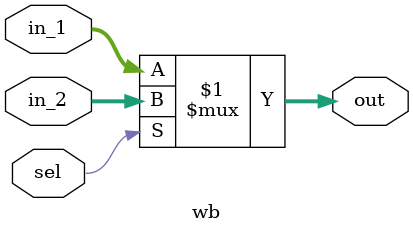
<source format=v>
`timescale 1ns / 1ps
module wb(
         input [31:0]in_1,
         input [31:0] in_2,
         input sel,
         output [31:0] out
    );
    assign out=sel ? in_2 :in_1;
endmodule

</source>
